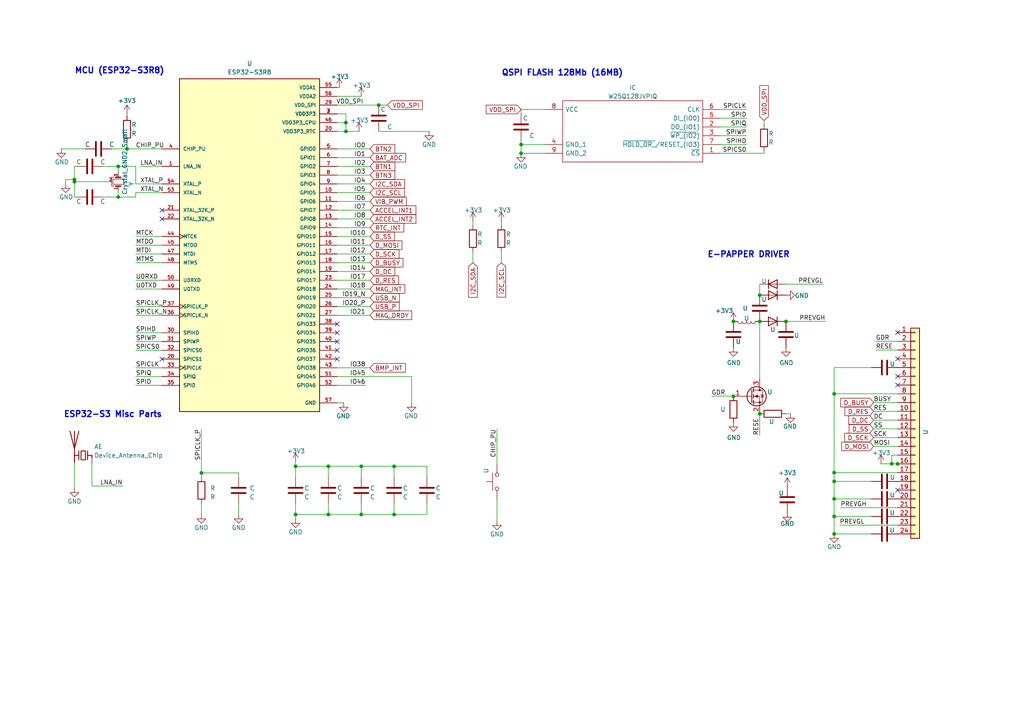
<source format=kicad_sch>
(kicad_sch (version 20220404) (generator eeschema)
  (paper "A4")
  (title_block (title "Watchy-Esp32-s3") (date "2022-12-10") (rev "V1.2") (company "MrT Stephens"))
  (lib_symbols
    (symbol "Connector_Generic:Conn_01x24" (pin_names (offset 1.016) hide)
      (property "Reference" "J" (at 0 30.48 0))
      (property "Value" "Conn_01x24" (at 0 -33.02 0))
      (symbol "Conn_01x24_1_1"
        (rectangle (start -1.27 -30.353) (end 0 -30.607) (stroke (width 0.1524)))
        (rectangle (start -1.27 -27.813) (end 0 -28.067) (stroke (width 0.1524)))
        (rectangle (start -1.27 -25.273) (end 0 -25.527) (stroke (width 0.1524)))
        (rectangle (start -1.27 -22.733) (end 0 -22.987) (stroke (width 0.1524)))
        (rectangle (start -1.27 -20.193) (end 0 -20.447) (stroke (width 0.1524)))
        (rectangle (start -1.27 -17.653) (end 0 -17.907) (stroke (width 0.1524)))
        (rectangle (start -1.27 -15.113) (end 0 -15.367) (stroke (width 0.1524)))
        (rectangle (start -1.27 -12.573) (end 0 -12.827) (stroke (width 0.1524)))
        (rectangle (start -1.27 -10.033) (end 0 -10.287) (stroke (width 0.1524)))
        (rectangle (start -1.27 -7.493) (end 0 -7.747) (stroke (width 0.1524)))
        (rectangle (start -1.27 -4.953) (end 0 -5.207) (stroke (width 0.1524)))
        (rectangle (start -1.27 -2.413) (end 0 -2.667) (stroke (width 0.1524)))
        (rectangle (start -1.27 0.127) (end 0 -0.127) (stroke (width 0.1524)))
        (rectangle (start -1.27 2.667) (end 0 2.413) (stroke (width 0.1524)))
        (rectangle (start -1.27 5.207) (end 0 4.953) (stroke (width 0.1524)))
        (rectangle (start -1.27 7.747) (end 0 7.493) (stroke (width 0.1524)))
        (rectangle (start -1.27 10.287) (end 0 10.033) (stroke (width 0.1524)))
        (rectangle (start -1.27 12.827) (end 0 12.573) (stroke (width 0.1524)))
        (rectangle (start -1.27 15.367) (end 0 15.113) (stroke (width 0.1524)))
        (rectangle (start -1.27 17.907) (end 0 17.653) (stroke (width 0.1524)))
        (rectangle (start -1.27 20.447) (end 0 20.193) (stroke (width 0.1524)))
        (rectangle (start -1.27 22.987) (end 0 22.733) (stroke (width 0.1524)))
        (rectangle (start -1.27 25.527) (end 0 25.273) (stroke (width 0.1524)))
        (rectangle (start -1.27 28.067) (end 0 27.813) (stroke (width 0.1524)))
        (rectangle (start -1.27 29.21) (end 1.27 -31.75) (stroke (width 0.254)) (fill (type background)))
        (pin passive line (at -5.08 27.94 0) (length 3.81) (name "Pin_1") (number "1"))
        (pin passive line (at -5.08 5.08 0) (length 3.81) (name "Pin_10") (number "10"))
        (pin passive line (at -5.08 2.54 0) (length 3.81) (name "Pin_11") (number "11"))
        (pin passive line (at -5.08 0 0) (length 3.81) (name "Pin_12") (number "12"))
        (pin passive line (at -5.08 -2.54 0) (length 3.81) (name "Pin_13") (number "13"))
        (pin passive line (at -5.08 -5.08 0) (length 3.81) (name "Pin_14") (number "14"))
        (pin passive line (at -5.08 -7.62 0) (length 3.81) (name "Pin_15") (number "15"))
        (pin passive line (at -5.08 -10.16 0) (length 3.81) (name "Pin_16") (number "16"))
        (pin passive line (at -5.08 -12.7 0) (length 3.81) (name "Pin_17") (number "17"))
        (pin passive line (at -5.08 -15.24 0) (length 3.81) (name "Pin_18") (number "18"))
        (pin passive line (at -5.08 -17.78 0) (length 3.81) (name "Pin_19") (number "19"))
        (pin passive line (at -5.08 25.4 0) (length 3.81) (name "Pin_2") (number "2"))
        (pin passive line (at -5.08 -20.32 0) (length 3.81) (name "Pin_20") (number "20"))
        (pin passive line (at -5.08 -22.86 0) (length 3.81) (name "Pin_21") (number "21"))
        (pin passive line (at -5.08 -25.4 0) (length 3.81) (name "Pin_22") (number "22"))
        (pin passive line (at -5.08 -27.94 0) (length 3.81) (name "Pin_23") (number "23"))
        (pin passive line (at -5.08 -30.48 0) (length 3.81) (name "Pin_24") (number "24"))
        (pin passive line (at -5.08 22.86 0) (length 3.81) (name "Pin_3") (number "3"))
        (pin passive line (at -5.08 20.32 0) (length 3.81) (name "Pin_4") (number "4"))
        (pin passive line (at -5.08 17.78 0) (length 3.81) (name "Pin_5") (number "5"))
        (pin passive line (at -5.08 15.24 0) (length 3.81) (name "Pin_6") (number "6"))
        (pin passive line (at -5.08 12.7 0) (length 3.81) (name "Pin_7") (number "7"))
        (pin passive line (at -5.08 10.16 0) (length 3.81) (name "Pin_8") (number "8"))
        (pin passive line (at -5.08 7.62 0) (length 3.81) (name "Pin_9") (number "9"))
      )
    )
    (symbol "Device:C" (pin_numbers hide) (pin_names (offset 0.254))
      (property "Reference" "C" (at 0.635 2.54 0))
      (property "Value" "C" (at 0.635 -2.54 0))
      (symbol "C_0_1"
        (polyline (pts (xy -2.032 -0.762) (xy 2.032 -0.762)) (stroke (width 0.508)))
        (polyline (pts (xy -2.032 0.762) (xy 2.032 0.762)) (stroke (width 0.508)))
      )
      (symbol "C_1_1"
        (pin passive line (at 0 3.81 270) (length 2.794) (name "~") (number "1"))
        (pin passive line (at 0 -3.81 90) (length 2.794) (name "~") (number "2"))
      )
    )
    (symbol "Device:Crystal_GND2_Small" (pin_names (offset 1.016) hide)
      (property "Reference" "Y" (at 0 5.08 0))
      (property "Value" "Crystal_GND2_Small" (at 0 3.175 0))
      (symbol "Crystal_GND2_Small_0_1"
        (rectangle (start -0.762 -1.524) (end 0.762 1.524))
        (polyline (pts (xy -1.27 -0.762) (xy -1.27 0.762)) (stroke (width 0.381)))
        (polyline (pts (xy 1.27 -0.762) (xy 1.27 0.762)) (stroke (width 0.381)))
        (polyline (pts (xy -1.27 -1.27) (xy -1.27 -1.905) (xy 1.27 -1.905) (xy 1.27 -1.27)))
      )
      (symbol "Crystal_GND2_Small_1_1"
        (pin passive line (at -2.54 0 0) (length 1.27) (name "1") (number "1"))
        (pin passive line (at 0 -2.54 90) (length 0.635) (name "2") (number "2"))
        (pin passive line (at 2.54 0 180) (length 1.27) (name "3") (number "3"))
      )
    )
    (symbol "Device:D" (pin_numbers hide) (pin_names (offset 1.016) hide)
      (property "Reference" "D" (at 0 2.54 0))
      (property "Value" "D" (at 0 -2.54 0))
      (symbol "D_0_1"
        (polyline (pts (xy -1.27 1.27) (xy -1.27 -1.27)) (stroke (width 0.254)))
        (polyline (pts (xy 1.27 0) (xy -1.27 0)))
        (polyline (pts (xy 1.27 1.27) (xy 1.27 -1.27) (xy -1.27 0) (xy 1.27 1.27)) (stroke (width 0.254)))
      )
      (symbol "D_1_1"
        (pin passive line (at -3.81 0 0) (length 2.54) (name "K") (number "1"))
        (pin passive line (at 3.81 0 180) (length 2.54) (name "A") (number "2"))
      )
    )
    (symbol "Device:L" (pin_numbers hide) (pin_names (offset 1.016) hide)
      (property "Reference" "L" (at -1.27 0 90))
      (property "Value" "L" (at 1.905 0 90))
      (symbol "L_0_1"
        (arc (start 0 -2.54) (mid 0.635 -1.905) (end 0 -1.27))
        (arc (start 0 -1.27) (mid 0.635 -0.635) (end 0 0))
        (arc (start 0 0) (mid 0.635 0.635) (end 0 1.27))
        (arc (start 0 1.27) (mid 0.635 1.905) (end 0 2.54))
      )
      (symbol "L_1_1"
        (pin passive line (at 0 3.81 270) (length 1.27) (name "1") (number "1"))
        (pin passive line (at 0 -3.81 90) (length 1.27) (name "2") (number "2"))
      )
    )
    (symbol "Device:R" (pin_numbers hide) (pin_names (offset 0))
      (property "Reference" "R" (at 2.032 0 90))
      (property "Value" "R" (at 0 0 90))
      (symbol "R_0_1"
        (rectangle (start -1.016 -2.54) (end 1.016 2.54) (stroke (width 0.254)))
      )
      (symbol "R_1_1"
        (pin passive line (at 0 3.81 270) (length 1.27) (name "~") (number "1"))
        (pin passive line (at 0 -3.81 90) (length 1.27) (name "~") (number "2"))
      )
    )
    (symbol "ESP32-S3R8:ESP32-S3R8" (pin_names (offset 1.016))
      (property "Reference" "U" (at -20.32 49.53 0))
      (property "Value" "ESP32-S3R8" (at -20.32 -49.53 0))
      (symbol "ESP32-S3R8_0_0"
        (rectangle (start -20.32 -48.26) (end 20.32 48.26) (stroke (width 0.254)) (fill (type background)))
        (pin bidirectional line (at -25.4 22.86 0) (length 5.08) (name "LNA_IN") (number "1"))
        (pin bidirectional line (at 25.4 15.24 180) (length 5.08) (name "GPIO5") (number "10"))
        (pin bidirectional line (at 25.4 12.7 180) (length 5.08) (name "GPIO6") (number "11"))
        (pin bidirectional line (at 25.4 10.16 180) (length 5.08) (name "GPIO7") (number "12"))
        (pin bidirectional line (at 25.4 7.62 180) (length 5.08) (name "GPIO8") (number "13"))
        (pin bidirectional line (at 25.4 5.08 180) (length 5.08) (name "GPIO9") (number "14"))
        (pin bidirectional line (at 25.4 2.54 180) (length 5.08) (name "GPIO10") (number "15"))
        (pin bidirectional line (at 25.4 0 180) (length 5.08) (name "GPIO11") (number "16"))
        (pin bidirectional line (at 25.4 -2.54 180) (length 5.08) (name "GPIO12") (number "17"))
        (pin bidirectional line (at 25.4 -5.08 180) (length 5.08) (name "GPIO13") (number "18"))
        (pin bidirectional line (at 25.4 -7.62 180) (length 5.08) (name "GPIO14") (number "19"))
        (pin power_in line (at 25.4 38.1 180) (length 5.08) (name "VDD3P3") (number "2"))
        (pin power_in line (at 25.4 33.02 180) (length 5.08) (name "VDD3P3_RTC") (number "20"))
        (pin bidirectional line (at -25.4 10.16 0) (length 5.08) (name "XTAL_32K_P") (number "21"))
        (pin bidirectional line (at -25.4 7.62 0) (length 5.08) (name "XTAL_32K_N") (number "22"))
        (pin bidirectional line (at 25.4 -10.16 180) (length 5.08) (name "GPIO17") (number "23"))
        (pin bidirectional line (at 25.4 -12.7 180) (length 5.08) (name "GPIO18") (number "24"))
        (pin bidirectional line (at 25.4 -15.24 180) (length 5.08) (name "GPIO19") (number "25"))
        (pin bidirectional line (at 25.4 -17.78 180) (length 5.08) (name "GPIO20") (number "26"))
        (pin bidirectional line (at 25.4 -20.32 180) (length 5.08) (name "GPIO21") (number "27"))
        (pin bidirectional line (at -25.4 -33.02 0) (length 5.08) (name "SPICS1") (number "28"))
        (pin power_in line (at 25.4 40.64 180) (length 5.08) (name "VDD_SPI") (number "29"))
        (pin power_in line (at 25.4 38.1 180) (length 5.08) (name "VDD3P3") (number "3"))
        (pin bidirectional line (at -25.4 -25.4 0) (length 5.08) (name "SPIHD") (number "30"))
        (pin bidirectional line (at -25.4 -27.94 0) (length 5.08) (name "SPIWP") (number "31"))
        (pin bidirectional line (at -25.4 -30.48 0) (length 5.08) (name "SPICS0") (number "32"))
        (pin bidirectional clock (at -25.4 -35.56 0) (length 5.08) (name "SPICLK") (number "33"))
        (pin bidirectional line (at -25.4 -38.1 0) (length 5.08) (name "SPIQ") (number "34"))
        (pin bidirectional line (at -25.4 -40.64 0) (length 5.08) (name "SPID") (number "35"))
        (pin bidirectional clock (at -25.4 -20.32 0) (length 5.08) (name "SPICLK_N") (number "36"))
        (pin bidirectional clock (at -25.4 -17.78 0) (length 5.08) (name "SPICLK_P") (number "37"))
        (pin bidirectional line (at 25.4 -22.86 180) (length 5.08) (name "GPIO33") (number "38"))
        (pin bidirectional line (at 25.4 -25.4 180) (length 5.08) (name "GPIO34") (number "39"))
        (pin input line (at -25.4 27.94 0) (length 5.08) (name "CHIP_PU") (number "4"))
        (pin bidirectional line (at 25.4 -27.94 180) (length 5.08) (name "GPIO35") (number "40"))
        (pin bidirectional line (at 25.4 -30.48 180) (length 5.08) (name "GPIO36") (number "41"))
        (pin bidirectional line (at 25.4 -33.02 180) (length 5.08) (name "GPIO37") (number "42"))
        (pin bidirectional line (at 25.4 -35.56 180) (length 5.08) (name "GPIO38") (number "43"))
        (pin bidirectional clock (at -25.4 2.54 0) (length 5.08) (name "MTCK") (number "44"))
        (pin bidirectional line (at -25.4 0 0) (length 5.08) (name "MTDO") (number "45"))
        (pin power_in line (at 25.4 35.56 180) (length 5.08) (name "VDD3P3_CPU") (number "46"))
        (pin bidirectional line (at -25.4 -2.54 0) (length 5.08) (name "MTDI") (number "47"))
        (pin bidirectional line (at -25.4 -5.08 0) (length 5.08) (name "MTMS") (number "48"))
        (pin bidirectional line (at -25.4 -12.7 0) (length 5.08) (name "U0TXD") (number "49"))
        (pin bidirectional line (at 25.4 27.94 180) (length 5.08) (name "GPIO0") (number "5"))
        (pin bidirectional line (at -25.4 -10.16 0) (length 5.08) (name "U0RXD") (number "50"))
        (pin bidirectional line (at 25.4 -38.1 180) (length 5.08) (name "GPIO45") (number "51"))
        (pin bidirectional line (at 25.4 -40.64 180) (length 5.08) (name "GPIO46") (number "52"))
        (pin output line (at -25.4 15.24 0) (length 5.08) (name "XTAL_N") (number "53"))
        (pin input line (at -25.4 17.78 0) (length 5.08) (name "XTAL_P") (number "54"))
        (pin power_in line (at 25.4 45.72 180) (length 5.08) (name "VDDA1") (number "55"))
        (pin power_in line (at 25.4 43.18 180) (length 5.08) (name "VDDA2") (number "56"))
        (pin power_in line (at 25.4 -45.72 180) (length 5.08) (name "GND") (number "57"))
        (pin bidirectional line (at 25.4 25.4 180) (length 5.08) (name "GPIO1") (number "6"))
        (pin bidirectional line (at 25.4 22.86 180) (length 5.08) (name "GPIO2") (number "7"))
        (pin bidirectional line (at 25.4 20.32 180) (length 5.08) (name "GPIO3") (number "8"))
        (pin bidirectional line (at 25.4 17.78 180) (length 5.08) (name "GPIO4") (number "9"))
      )
    )
    (symbol "Switch:SW_Push" (pin_numbers hide) (pin_names (offset 1.016) hide)
      (property "Reference" "SW" (at 1.27 2.54 0))
      (property "Value" "SW_Push" (at 0 -1.524 0))
      (symbol "SW_Push_0_1"
        (circle (center -2.032 0) (radius 0.508))
        (polyline (pts (xy 0 1.27) (xy 0 3.048)))
        (polyline (pts (xy 2.54 1.27) (xy -2.54 1.27)))
        (circle (center 2.032 0) (radius 0.508))
        (pin passive line (at -5.08 0 0) (length 2.54) (name "1") (number "1"))
        (pin passive line (at 5.08 0 180) (length 2.54) (name "2") (number "2"))
      )
    )
    (symbol "Transistor_FET:DMN3042L" (pin_names hide)
      (property "Reference" "Q" (at 5.08 1.905 0))
      (property "Value" "DMN3042L" (at 5.08 0 0))
      (symbol "DMN3042L_0_1"
        (polyline (pts (xy 0.254 0) (xy -2.54 0)))
        (polyline (pts (xy 0.254 1.905) (xy 0.254 -1.905)) (stroke (width 0.254)))
        (polyline (pts (xy 0.762 -1.27) (xy 0.762 -2.286)) (stroke (width 0.254)))
        (polyline (pts (xy 0.762 0.508) (xy 0.762 -0.508)) (stroke (width 0.254)))
        (polyline (pts (xy 0.762 2.286) (xy 0.762 1.27)) (stroke (width 0.254)))
        (polyline (pts (xy 2.54 2.54) (xy 2.54 1.778)))
        (polyline (pts (xy 2.54 -2.54) (xy 2.54 0) (xy 0.762 0)))
        (polyline (pts (xy 0.762 -1.778) (xy 3.302 -1.778) (xy 3.302 1.778) (xy 0.762 1.778)))
        (polyline (pts (xy 1.016 0) (xy 2.032 0.381) (xy 2.032 -0.381) (xy 1.016 0)) (fill (type outline)))
        (polyline (pts (xy 2.794 0.508) (xy 2.921 0.381) (xy 3.683 0.381) (xy 3.81 0.254)))
        (polyline (pts (xy 3.302 0.381) (xy 2.921 -0.254) (xy 3.683 -0.254) (xy 3.302 0.381)))
        (circle (center 1.651 0) (radius 2.794) (stroke (width 0.254)))
        (circle (center 2.54 -1.778) (radius 0.254) (fill (type outline)))
        (circle (center 2.54 1.778) (radius 0.254) (fill (type outline)))
      )
      (symbol "DMN3042L_1_1"
        (pin input line (at -5.08 0 0) (length 2.54) (name "G") (number "1"))
        (pin passive line (at 2.54 -5.08 90) (length 2.54) (name "S") (number "2"))
        (pin passive line (at 2.54 5.08 270) (length 2.54) (name "D") (number "3"))
      )
    )
    (symbol "W25Q128JVPIQ:W25Q128JVPIQ" (pin_names (offset 0.762))
      (property "Reference" "IC" (at 46.99 7.62 0))
      (property "Value" "W25Q128JVPIQ" (at 46.99 5.08 0))
      (symbol "W25Q128JVPIQ_0_0"
        (pin passive line (at 50.8 -12.7 180) (length 5.08) (name "~{CS}") (number "1"))
        (pin passive line (at 50.8 -5.08 180) (length 5.08) (name "DO_(IO1)") (number "2"))
        (pin passive line (at 50.8 -7.62 180) (length 5.08) (name "~{WP_(IO2})") (number "3"))
        (pin passive line (at 0 -10.16 0) (length 5.08) (name "GND_1") (number "4"))
        (pin passive line (at 50.8 -2.54 180) (length 5.08) (name "DI_(IO0)") (number "5"))
        (pin passive line (at 50.8 0 180) (length 5.08) (name "CLK") (number "6"))
        (pin passive line (at 50.8 -10.16 180) (length 5.08) (name "~{HOLD_OR_}/RESET_(IO3)") (number "7"))
        (pin passive line (at 0 0 0) (length 5.08) (name "VCC") (number "8"))
        (pin passive line (at 0 -12.7 0) (length 5.08) (name "GND_2") (number "9"))
      )
      (symbol "W25Q128JVPIQ_0_1"
        (polyline (pts (xy 5.08 2.54) (xy 45.72 2.54) (xy 45.72 -15.24) (xy 5.08 -15.24) (xy 5.08 2.54)) (stroke (width 0.1524)))
      )
    )
    (symbol "Watchy-cache:Device_Antenna_Chip" (pin_numbers hide) (pin_names (offset 1.016) hide)
      (property "Reference" "AE" (at 0 5.08 0))
      (property "Value" "Device_Antenna_Chip" (at 0 3.175 0))
      (symbol "Device_Antenna_Chip_0_1"
        (polyline (pts (xy -2.54 0) (xy -2.54 -0.635)) (stroke (width 0.254)))
        (polyline (pts (xy -2.54 0) (xy -1.27 0)) (stroke (width 0.254)))
        (polyline (pts (xy 1.27 0) (xy 2.54 0)) (stroke (width 0.254)))
        (polyline (pts (xy 1.27 1.27) (xy 1.27 -1.27)) (stroke (width 0.254)))
        (polyline (pts (xy 2.54 -0.635) (xy 2.54 0)))
        (polyline (pts (xy 2.54 6.985) (xy 2.54 -1.905)) (stroke (width 0.254)))
        (polyline (pts (xy -1.27 1.27) (xy -1.27 -1.27) (xy -1.27 0)) (stroke (width 0.254)))
        (polyline (pts (xy 3.81 6.985) (xy 2.54 1.905) (xy 1.27 6.985)) (stroke (width 0.254)))
        (polyline (pts (xy -0.635 1.27) (xy 0.635 1.27) (xy 0.635 -1.27) (xy -0.635 -1.27) (xy -0.635 1.27)) (stroke (width 0.254)))
      )
      (symbol "Device_Antenna_Chip_1_1"
        (pin input line (at -2.54 -2.54 90) (length 2.54) (name "FEED") (number "1"))
        (pin passive line (at 2.54 -2.54 90) (length 2.54) (name "PCB_Trace") (number "2"))
      )
    )
    (symbol "power:+3V3" (power) (pin_names (offset 0))
      (property "Value" "+3V3" (at 0 3.556 0))
      (symbol "+3V3_0_1"
        (polyline (pts (xy -0.762 1.27) (xy 0 2.54)))
        (polyline (pts (xy 0 0) (xy 0 2.54)))
        (polyline (pts (xy 0 2.54) (xy 0.762 1.27)))
      )
      (symbol "+3V3_1_1"
        (pin power_in line (at 0 0 90) (length 0) hide (name "+3V3") (number "1"))
      )
    )
    (symbol "power:GND" (power) (pin_names (offset 0))
      (property "Value" "GND" (at 0 -3.81 0))
      (symbol "GND_0_1"
        (polyline (pts (xy 0 0) (xy 0 -1.27) (xy 1.27 -1.27) (xy 0 -2.54) (xy -1.27 -1.27) (xy 0 -1.27)))
      )
      (symbol "GND_1_1"
        (pin power_in line (at 0 0 270) (length 0) hide (name "GND") (number "1"))
      )
    )
  )
  (junction (at 241.935 154.8638))
  (junction (at 34.29 57.15))
  (junction (at 95.25 135.255))
  (junction (at 95.25 149.225))
  (junction (at 58.42 137.16))
  (junction (at 21.59 52.07))
  (junction (at 220.345 120.015))
  (junction (at 241.935 139.6238))
  (junction (at 260.35 134.5438))
  (junction (at 100.33 35.56))
  (junction (at 241.935 149.7838))
  (junction (at 34.29 48.26))
  (junction (at 104.775 149.225))
  (junction (at 212.725 114.935))
  (junction (at 241.935 137.0838))
  (junction (at 220.345 85.598))
  (junction (at 21.59 52.705))
  (junction (at 85.725 135.255))
  (junction (at 258.6482 134.5184))
  (junction (at 114.3 135.255))
  (junction (at 104.775 135.255))
  (junction (at 212.725 93.218))
  (junction (at 241.935 114.2238))
  (junction (at 220.345 93.218))
  (junction (at 109.855 30.48))
  (junction (at 227.965 93.218))
  (junction (at 114.3 149.225))
  (junction (at 151.13 41.91))
  (junction (at 100.33 38.1))
  (junction (at 151.13 44.45))
  (junction (at 85.725 149.225))
  (junction (at 241.935 144.7038))
  (junction (at 36.83 43.18))
  (no_connect (at 260.35 111.6838))
  (no_connect (at 97.79 93.98))
  (no_connect (at 97.79 96.52))
  (no_connect (at 97.79 99.06))
  (no_connect (at 97.79 101.6))
  (no_connect (at 97.79 104.14))
  (no_connect (at 260.35 142.1638))
  (no_connect (at 46.99 60.96))
  (no_connect (at 260.35 109.1438))
  (no_connect (at 260.35 96.4438))
  (no_connect (at 46.99 104.14))
  (no_connect (at 46.99 63.5))
  (no_connect (at 260.35 104.0638))
  (wire (pts (xy 208.915 44.45) (xy 221.615 44.45)))
  (wire (pts (xy 208.915 31.75) (xy 216.535 31.75)))
  (wire (pts (xy 40.64 48.26) (xy 46.99 48.26)))
  (wire (pts (xy 104.775 146.05) (xy 104.775 149.225)))
  (wire (pts (xy 114.3 146.05) (xy 114.3 149.225)))
  (wire (pts (xy 104.775 135.255) (xy 104.775 138.43)))
  (wire (pts (xy 85.725 138.43) (xy 85.725 135.255)))
  (wire (pts (xy 97.79 55.88) (xy 107.315 55.88)))
  (wire (pts (xy 151.13 40.64) (xy 151.13 41.91)))
  (wire (pts (xy 97.79 78.74) (xy 107.315 78.74)))
  (wire (pts (xy 241.935 114.2238) (xy 260.35 114.2238)))
  (wire (pts (xy 97.79 111.76) (xy 106.045 111.76)))
  (wire (pts (xy 114.3 149.225) (xy 123.825 149.225)))
  (wire (pts (xy 34.29 48.26) (xy 39.37 48.26)))
  (wire (pts (xy 97.79 33.02) (xy 100.33 33.02)))
  (wire (pts (xy 29.845 48.26) (xy 34.29 48.26)))
  (wire (pts (xy 85.725 146.05) (xy 85.725 149.225)))
  (wire (pts (xy 39.37 81.28) (xy 46.99 81.28)))
  (wire (pts (xy 98.425 25.4) (xy 97.79 25.4)))
  (wire (pts (xy 39.37 76.2) (xy 46.99 76.2)))
  (wire (pts (xy 39.37 101.6) (xy 46.99 101.6)))
  (wire (pts (xy 229.2604 120.015) (xy 227.965 120.015)))
  (wire (pts (xy 39.37 48.26) (xy 39.37 53.34)))
  (wire (pts (xy 39.37 91.44) (xy 46.99 91.44)))
  (wire (pts (xy 104.775 135.255) (xy 114.3 135.255)))
  (wire (pts (xy 253.365 121.8438) (xy 260.35 121.8438)))
  (wire (pts (xy 208.915 34.29) (xy 216.535 34.29)))
  (wire (pts (xy 97.79 68.58) (xy 107.315 68.58)))
  (wire (pts (xy 97.79 35.56) (xy 100.33 35.56)))
  (wire (pts (xy 97.79 63.5) (xy 107.315 63.5)))
  (wire (pts (xy 85.725 135.255) (xy 95.25 135.255)))
  (wire (pts (xy 19.05 53.34) (xy 19.05 52.07)))
  (wire (pts (xy 17.78 43.18) (xy 24.765 43.18)))
  (wire (pts (xy 29.845 57.15) (xy 34.29 57.15)))
  (wire (pts (xy 119.38 116.84) (xy 119.38 109.22)))
  (wire (pts (xy 22.225 48.26) (xy 21.59 48.26)))
  (wire (pts (xy 97.79 86.36) (xy 107.315 86.36)))
  (wire (pts (xy 151.13 41.91) (xy 158.115 41.91)))
  (wire (pts (xy 208.915 41.91) (xy 216.535 41.91)))
  (wire (pts (xy 36.83 41.275) (xy 36.83 43.18)))
  (wire (pts (xy 85.725 149.225) (xy 85.725 150.495)))
  (wire (pts (xy 69.215 137.16) (xy 69.215 138.43)))
  (wire (pts (xy 145.415 64.135) (xy 145.415 65.405)))
  (wire (pts (xy 252.73 154.8638) (xy 241.935 154.8638)))
  (wire (pts (xy 34.29 57.15) (xy 39.37 57.15)))
  (wire (pts (xy 39.37 53.34) (xy 46.99 53.34)))
  (wire (pts (xy 241.935 154.8638) (xy 241.935 149.7838)))
  (wire (pts (xy 220.345 120.015) (xy 220.345 126.238)))
  (wire (pts (xy 85.725 149.225) (xy 95.25 149.225)))
  (wire (pts (xy 252.73 149.7838) (xy 241.935 149.7838)))
  (wire (pts (xy 21.59 134.62) (xy 21.59 141.605)))
  (wire (pts (xy 97.79 43.18) (xy 107.315 43.18)))
  (wire (pts (xy 26.67 134.62) (xy 26.67 140.97)))
  (wire (pts (xy 253.365 124.3838) (xy 260.35 124.3838)))
  (wire (pts (xy 32.385 43.18) (xy 36.83 43.18)))
  (wire (pts (xy 144.145 124.46) (xy 144.145 134.62)))
  (wire (pts (xy 227.965 93.218) (xy 239.395 93.218)))
  (wire (pts (xy 97.79 30.48) (xy 109.855 30.48)))
  (wire (pts (xy 39.37 106.68) (xy 46.99 106.68)))
  (wire (pts (xy 114.3 135.255) (xy 114.3 138.43)))
  (wire (pts (xy 39.37 96.52) (xy 46.99 96.52)))
  (wire (pts (xy 58.42 124.46) (xy 58.42 137.16)))
  (wire (pts (xy 100.33 35.56) (xy 100.33 38.1)))
  (wire (pts (xy 114.3 135.255) (xy 123.825 135.255)))
  (wire (pts (xy 260.35 137.0838) (xy 241.935 137.0838)))
  (wire (pts (xy 241.935 139.6238) (xy 241.935 144.7038)))
  (wire (pts (xy 221.615 34.925) (xy 221.615 36.195)))
  (wire (pts (xy 220.345 85.598) (xy 220.345 82.423)))
  (wire (pts (xy 97.79 109.22) (xy 119.38 109.22)))
  (wire (pts (xy 36.83 33.02) (xy 36.83 33.655)))
  (wire (pts (xy 208.915 36.83) (xy 216.535 36.83)))
  (wire (pts (xy 252.73 106.6038) (xy 241.935 106.6038)))
  (wire (pts (xy 144.145 144.78) (xy 144.145 151.13)))
  (wire (pts (xy 36.83 43.18) (xy 46.99 43.18)))
  (wire (pts (xy 212.725 114.8842) (xy 212.725 114.935)))
  (wire (pts (xy 19.05 52.07) (xy 21.59 52.07)))
  (wire (pts (xy 97.79 73.66) (xy 107.315 73.66)))
  (wire (pts (xy 252.73 139.6238) (xy 241.935 139.6238)))
  (wire (pts (xy 260.35 134.5184) (xy 260.35 134.5438)))
  (wire (pts (xy 97.79 60.96) (xy 107.315 60.96)))
  (wire (pts (xy 206.375 114.8842) (xy 212.725 114.8842)))
  (wire (pts (xy 253.365 119.3038) (xy 260.35 119.3038)))
  (wire (pts (xy 39.37 99.06) (xy 46.99 99.06)))
  (wire (pts (xy 39.37 111.76) (xy 46.99 111.76)))
  (wire (pts (xy 21.59 48.26) (xy 21.59 52.07)))
  (wire (pts (xy 39.37 83.82) (xy 46.99 83.82)))
  (wire (pts (xy 220.345 93.218) (xy 220.345 109.855)))
  (wire (pts (xy 97.79 88.9) (xy 107.315 88.9)))
  (wire (pts (xy 31.75 52.705) (xy 21.59 52.705)))
  (wire (pts (xy 100.33 33.02) (xy 100.33 35.56)))
  (wire (pts (xy 97.79 81.28) (xy 107.315 81.28)))
  (wire (pts (xy 227.965 82.423) (xy 238.76 82.423)))
  (wire (pts (xy 95.25 135.255) (xy 104.775 135.255)))
  (wire (pts (xy 151.13 33.02) (xy 151.13 31.75)))
  (wire (pts (xy 21.59 52.07) (xy 21.59 52.705)))
  (wire (pts (xy 34.29 55.245) (xy 34.29 57.15)))
  (wire (pts (xy 104.775 149.225) (xy 114.3 149.225)))
  (wire (pts (xy 243.7892 147.2438) (xy 260.35 147.2438)))
  (wire (pts (xy 95.25 146.05) (xy 95.25 149.225)))
  (wire (pts (xy 137.16 76.2) (xy 137.16 73.025)))
  (wire (pts (xy 97.79 91.44) (xy 107.315 91.44)))
  (wire (pts (xy 97.79 83.82) (xy 107.315 83.82)))
  (wire (pts (xy 58.42 137.16) (xy 69.215 137.16)))
  (wire (pts (xy 253.365 129.4638) (xy 260.35 129.4638)))
  (wire (pts (xy 21.59 57.15) (xy 21.59 52.705)))
  (wire (pts (xy 97.79 48.26) (xy 107.315 48.26)))
  (wire (pts (xy 97.79 45.72) (xy 107.315 45.72)))
  (wire (pts (xy 46.99 55.88) (xy 39.37 55.88)))
  (wire (pts (xy 95.25 135.255) (xy 95.25 138.43)))
  (wire (pts (xy 241.935 106.6038) (xy 241.935 114.2238)))
  (wire (pts (xy 69.215 146.05) (xy 69.215 149.225)))
  (wire (pts (xy 85.725 133.985) (xy 85.725 135.255)))
  (wire (pts (xy 100.33 38.1) (xy 97.79 38.1)))
  (wire (pts (xy 97.79 50.8) (xy 107.315 50.8)))
  (wire (pts (xy 151.13 44.45) (xy 158.115 44.45)))
  (wire (pts (xy 123.825 135.255) (xy 123.825 138.43)))
  (wire (pts (xy 58.42 146.05) (xy 58.42 149.225)))
  (wire (pts (xy 253.365 126.9238) (xy 260.35 126.9238)))
  (wire (pts (xy 208.915 39.37) (xy 216.535 39.37)))
  (wire (pts (xy 22.225 57.15) (xy 21.59 57.15)))
  (wire (pts (xy 258.6482 134.5184) (xy 260.35 134.5184)))
  (wire (pts (xy 260.35 132.0038) (xy 258.6482 132.0038)))
  (wire (pts (xy 58.42 138.43) (xy 58.42 137.16)))
  (wire (pts (xy 258.6482 132.0038) (xy 258.6482 134.5184)))
  (wire (pts (xy 253.365 116.7638) (xy 260.35 116.7638)))
  (wire (pts (xy 104.14 38.1) (xy 100.33 38.1)))
  (wire (pts (xy 97.79 58.42) (xy 107.315 58.42)))
  (wire (pts (xy 241.935 139.6238) (xy 241.935 137.0838)))
  (wire (pts (xy 255.524 134.5184) (xy 258.6482 134.5184)))
  (wire (pts (xy 252.73 144.7038) (xy 241.935 144.7038)))
  (wire (pts (xy 95.25 149.225) (xy 104.775 149.225)))
  (wire (pts (xy 97.79 76.2) (xy 107.315 76.2)))
  (wire (pts (xy 104.775 27.94) (xy 97.79 27.94)))
  (wire (pts (xy 221.615 43.815) (xy 221.615 44.45)))
  (wire (pts (xy 254 98.9838) (xy 260.35 98.9838)))
  (wire (pts (xy 97.79 53.34) (xy 107.315 53.34)))
  (wire (pts (xy 39.37 55.88) (xy 39.37 57.15)))
  (wire (pts (xy 254 101.5238) (xy 260.35 101.5238)))
  (wire (pts (xy 243.5098 152.3238) (xy 260.35 152.3238)))
  (wire (pts (xy 34.29 48.26) (xy 34.29 50.165)))
  (wire (pts (xy 241.935 144.7038) (xy 241.935 149.7838)))
  (wire (pts (xy 35.56 140.97) (xy 26.67 140.97)))
  (wire (pts (xy 39.37 68.58) (xy 46.99 68.58)))
  (wire (pts (xy 241.935 137.0838) (xy 241.935 114.2238)))
  (wire (pts (xy 97.79 66.04) (xy 107.315 66.04)))
  (wire (pts (xy 97.79 71.12) (xy 107.315 71.12)))
  (wire (pts (xy 39.37 88.9) (xy 46.99 88.9)))
  (wire (pts (xy 99.695 116.84) (xy 97.79 116.84)))
  (wire (pts (xy 123.825 149.225) (xy 123.825 146.05)))
  (wire (pts (xy 109.855 30.48) (xy 112.395 30.48)))
  (wire (pts (xy 145.415 76.2) (xy 145.415 73.025)))
  (wire (pts (xy 151.13 31.75) (xy 158.115 31.75)))
  (wire (pts (xy 124.46 38.1) (xy 109.855 38.1)))
  (wire (pts (xy 39.37 71.12) (xy 46.99 71.12)))
  (wire (pts (xy 97.79 106.68) (xy 107.315 106.68)))
  (wire (pts (xy 39.37 73.66) (xy 46.99 73.66)))
  (wire (pts (xy 137.16 64.135) (xy 137.16 65.405)))
  (wire (pts (xy 151.13 41.91) (xy 151.13 44.45)))
  (wire (pts (xy 39.37 109.22) (xy 46.99 109.22)))
  (text "MCU (ESP32-S3R8)" (at 21.59 21.59 0) (effects (font (size 1.7 1.7) (thickness 0.34) bold) (justify left bottom)))
  (text "ESP32-S3 Misc Parts" (at 18.415 121.285 0) (effects (font (size 1.7 1.7) (thickness 0.34) bold) (justify left bottom)))
  (text "QSPI FLASH 128Mb (16MB)" (at 145.415 22.225 0) (effects (font (size 1.7 1.7) (thickness 0.34) bold) (justify left bottom)))
  (text "E-PAPPER DRIVER" (at 205.105 74.93 0) (effects (font (size 1.7 1.7) (thickness 0.34) bold) (justify left bottom)))
  (label "PREVGL" (at 238.76 82.423 0))
  (label "IO13" (at 106.045 76.2 0))
  (label "VDD_SPI" (at 105.41 30.48 0))
  (label "SPICLK" (at 216.535 31.75 0))
  (label "IO9" (at 106.045 66.04 0))
  (label "SPIQ" (at 216.535 36.83 0))
  (label "PREVGH" (at 239.395 93.218 0))
  (label "IO4" (at 106.045 53.34 0))
  (label "IO6" (at 106.045 58.42 0))
  (label "IO21" (at 106.045 91.44 0))
  (label "MOSI" (at 253.365 129.4638 0))
  (label "LNA_IN" (at 40.64 48.26 0))
  (label "LNA_IN" (at 35.56 140.97 0))
  (label "IO3" (at 106.045 50.8 0))
  (label "IO5" (at 106.045 55.88 0))
  (label "IO45" (at 106.045 109.22 0))
  (label "MTDO" (at 39.37 71.12 0))
  (label "GDR" (at 254 98.9838 0))
  (label "U0TXD" (at 39.37 83.82 0))
  (label "SPIHD" (at 216.535 41.91 0))
  (label "SPICS0" (at 216.535 44.45 0))
  (label "IO20_P" (at 106.045 88.9 0))
  (label "SPID" (at 39.37 111.76 0))
  (label "RES" (at 253.365 119.3038 0))
  (label "PREVGH" (at 243.7892 147.2438 0))
  (label "IO19_N" (at 106.045 86.36 0))
  (label "GDR" (at 206.375 114.8842 0))
  (label "PREVGL" (at 243.5098 152.3238 0))
  (label "SPIQ" (at 39.37 109.22 0))
  (label "SPIHD" (at 39.37 96.52 0))
  (label "IO18" (at 106.045 83.82 0))
  (label "SPIWP" (at 39.37 99.06 0))
  (label "IO11" (at 106.045 71.12 0))
  (label "IO1" (at 106.045 45.72 0))
  (label "DC" (at 253.365 121.8438 0))
  (label "MTDI" (at 39.37 73.66 0))
  (label "MTMS" (at 39.37 76.2 0))
  (label "U0RXD" (at 39.37 81.28 0))
  (label "XTAL_P" (at 40.64 53.34 0))
  (label "IO8" (at 106.045 63.5 0))
  (label "IO2" (at 106.045 48.26 0))
  (label "BUSY" (at 253.365 116.7638 0))
  (label "SPIWP" (at 216.535 39.37 0))
  (label "CHIP_PU" (at 39.37 43.18 0))
  (label "SPICLK_N" (at 39.37 91.44 0))
  (label "MTCK" (at 39.37 68.58 0))
  (label "SPICLK_P" (at 58.42 124.46 90))
  (label "SPID" (at 216.535 34.29 0))
  (label "RESE" (at 220.345 126.238 90))
  (label "IO10" (at 106.045 68.58 0))
  (label "RESE" (at 254 101.5238 0))
  (label "XTAL_N" (at 40.64 55.88 0))
  (label "IO14" (at 106.045 78.74 0))
  (label "SPICLK_P" (at 39.37 88.9 0))
  (label "CHIP_PU" (at 144.145 124.46 90))
  (label "IO12" (at 106.045 73.66 0))
  (label "SPICS0" (at 39.37 101.6 0))
  (label "IO17" (at 106.045 81.28 0))
  (label "IO46" (at 106.045 111.76 0))
  (label "IO38" (at 106.045 106.68 0))
  (label "IO7" (at 106.045 60.96 0))
  (label "SCK" (at 253.365 126.9238 0))
  (label "SS" (at 253.365 124.3838 0))
  (label "SPICLK" (at 39.37 106.68 0))
  (label "IO0" (at 106.045 43.18 0))
  (global_label "I2C_SCL" (shape input) (at 107.315 55.88 0) (property "Intersheetrefs" "${INTERSHEET_REFS}" (effects hide)))
  (global_label "D_BUSY" (shape input) (at 107.315 76.2 0) (property "Intersheetrefs" "${INTERSHEET_REFS}" (effects hide)))
  (global_label "BAT_ADC" (shape input) (at 107.315 45.72 0) (property "Intersheetrefs" "${INTERSHEET_REFS}" (effects hide)))
  (global_label "ACCEL_INT2" (shape input) (at 107.315 63.5 0) (property "Intersheetrefs" "${INTERSHEET_REFS}" (effects hide)))
  (global_label "VDD_SPI" (shape input) (at 151.13 31.75 180) (property "Intersheetrefs" "${INTERSHEET_REFS}" (effects hide)))
  (global_label "D_MOSI" (shape input) (at 107.315 71.12 0) (property "Intersheetrefs" "${INTERSHEET_REFS}" (effects hide)))
  (global_label "BTN3" (shape input) (at 107.315 50.8 0) (property "Intersheetrefs" "${INTERSHEET_REFS}" (effects hide)))
  (global_label "RTC_INT" (shape input) (at 107.315 66.04 0) (property "Intersheetrefs" "${INTERSHEET_REFS}" (effects hide)))
  (global_label "BMP_INT" (shape input) (at 107.315 106.68 0) (property "Intersheetrefs" "${INTERSHEET_REFS}" (effects hide)))
  (global_label "BTN2" (shape input) (at 107.315 43.18 0) (property "Intersheetrefs" "${INTERSHEET_REFS}" (effects hide)))
  (global_label "D_BUSY" (shape input) (at 253.3904 116.7638 180) (property "Intersheetrefs" "${INTERSHEET_REFS}" (effects hide)))
  (global_label "MAG_INT" (shape input) (at 107.315 83.82 0) (property "Intersheetrefs" "${INTERSHEET_REFS}" (effects hide)))
  (global_label "VDD_SPI" (shape input) (at 112.395 30.48 0) (property "Intersheetrefs" "${INTERSHEET_REFS}" (effects hide)))
  (global_label "D_SS" (shape input) (at 107.315 68.58 0) (property "Intersheetrefs" "${INTERSHEET_REFS}" (effects hide)))
  (global_label "D_SS" (shape input) (at 253.365 124.3838 180) (property "Intersheetrefs" "${INTERSHEET_REFS}" (effects hide)))
  (global_label "VIB_PWM" (shape input) (at 107.315 58.42 0) (property "Intersheetrefs" "${INTERSHEET_REFS}" (effects hide)))
  (global_label "USB_P" (shape input) (at 107.315 88.9 0) (property "Intersheetrefs" "${INTERSHEET_REFS}" (effects hide)))
  (global_label "D_RES" (shape input) (at 107.315 81.28 0) (property "Intersheetrefs" "${INTERSHEET_REFS}" (effects hide)))
  (global_label "I2C_SDA" (shape input) (at 107.315 53.34 0) (property "Intersheetrefs" "${INTERSHEET_REFS}" (effects hide)))
  (global_label "D_DC" (shape input) (at 107.315 78.74 0) (property "Intersheetrefs" "${INTERSHEET_REFS}" (effects hide)))
  (global_label "MAG_DRDY" (shape input) (at 107.315 91.44 0) (property "Intersheetrefs" "${INTERSHEET_REFS}" (effects hide)))
  (global_label "USB_N" (shape input) (at 107.315 86.36 0) (property "Intersheetrefs" "${INTERSHEET_REFS}" (effects hide)))
  (global_label "I2C_SDA" (shape input) (at 137.16 76.2 270) (property "Intersheetrefs" "${INTERSHEET_REFS}" (effects hide)))
  (global_label "BTN1" (shape input) (at 107.315 48.26 0) (property "Intersheetrefs" "${INTERSHEET_REFS}" (effects hide)))
  (global_label "D_MOSI" (shape input) (at 253.3904 129.4638 180) (property "Intersheetrefs" "${INTERSHEET_REFS}" (effects hide)))
  (global_label "VDD_SPI" (shape input) (at 221.615 34.925 90) (property "Intersheetrefs" "${INTERSHEET_REFS}" (effects hide)))
  (global_label "I2C_SCL" (shape input) (at 145.415 76.2 270) (property "Intersheetrefs" "${INTERSHEET_REFS}" (effects hide)))
  (global_label "D_SCK" (shape input) (at 107.315 73.66 0) (property "Intersheetrefs" "${INTERSHEET_REFS}" (effects hide)))
  (global_label "ACCEL_INT1" (shape input) (at 107.315 60.96 0) (property "Intersheetrefs" "${INTERSHEET_REFS}" (effects hide)))
  (global_label "D_RES" (shape input) (at 253.365 119.3038 180) (property "Intersheetrefs" "${INTERSHEET_REFS}" (effects hide)))
  (global_label "D_SCK" (shape input) (at 253.3904 126.9238 180) (property "Intersheetrefs" "${INTERSHEET_REFS}" (effects hide)))
  (global_label "D_DC" (shape input) (at 253.3904 121.8438 180) (property "Intersheetrefs" "${INTERSHEET_REFS}" (effects hide)))
  (symbol (lib_id "ESP32-S3R8:ESP32-S3R8") (at 72.39 71.12 0) (unit 1)
    (default_instance (reference "U") (unit 1) (value "ESP32-S3R8") (footprint "QFN40P700X700X90-57N"))
    (property "Reference" "U" (at 72.39 18.415 0))
    (property "Value" "ESP32-S3R8" (at 72.39 20.955 0))
    (property "Footprint" "QFN40P700X700X90-57N" (effects hide))
    (property "Package" "None" (effects hide))
    (property "MP" "ESP32-S3" (effects hide))
    (property "Description" "Espressif Systems [ENGINEERING SAMPLES]SMD IC , Dual-Core MCU, Wi-Fi 2.4G & BLE 5.0 combo, 8 MB Octal SPI PSRAM, QFN 56-pin, 7*7 mm" (effects hide))
    (property "Availability" "In Stock" (effects hide))
    (property "Price" "None" (effects hide))
    (property "MF" "Espressif Systems" (effects hide))
    (property "Purchase-URL" "https://pricing.snapeda.com/search/part/ESP32-S3R8/?ref=eda" (effects hide))
  )
  (symbol (lib_id "W25Q128JVPIQ:W25Q128JVPIQ") (at 158.115 31.75 0) (unit 1)
    (default_instance (reference "IC") (unit 1) (value "W25Q128JVPIQ") (footprint "SON127P600X500X80-9N-D"))
    (property "Reference" "IC" (at 183.515 25.4 0))
    (property "Value" "W25Q128JVPIQ" (at 183.515 27.94 0))
    (property "Footprint" "SON127P600X500X80-9N-D" (effects hide))
    (property "Datasheet" "https://www.arrow.com/en/products/w25q128jvpiq/winbond-electronics" (effects hide))
    (property "Description" "IC FLASH 128M SPI 133MHZ 8WSON" (effects hide))
    (property "Height" "0.8" (effects hide))
    (property "Manufacturer_Name" "Winbond" (effects hide))
    (property "Manufacturer_Part_Number" "W25Q128JVPIQ" (effects hide))
    (property "Mouser Part Number" "454-W25Q128JVPIQ" (effects hide))
    (property "Mouser Price/Stock" "https://www.mouser.co.uk/ProductDetail/Winbond/W25Q128JVPIQ?qs=qSfuJ%252Bfl%2Fd676hAD%252B1JSfw%3D%3D" (effects hide))
    (property "Arrow Part Number" "W25Q128JVPIQ" (effects hide))
    (property "Arrow Price/Stock" "https://www.arrow.com/en/products/w25q128jvpiq/winbond-electronics?region=nac" (effects hide))
  )
  (symbol (lib_id "power:GND") (at 228.346 148.7424 0) (unit 1)
    (default_instance (reference "U") (unit 1) (value "") (footprint ""))
    (property "Reference" "U" (effects hide))
  )
  (symbol (lib_id "power:+3V3") (at 104.775 27.94 0) (unit 1)
    (default_instance (reference "#PWR") (unit 1) (value "+3V3") (footprint ""))
    (property "Reference" "#PWR" (effects hide))
    (property "Value" "+3V3" (at 102.235 24.765 0) (effects (justify left)))
  )
  (symbol (lib_id "power:GND") (at 58.42 149.225 0) (unit 1)
    (default_instance (reference "#PWR") (unit 1) (value "GND") (footprint ""))
    (property "Reference" "#PWR" (effects hide))
    (property "Value" "GND" (at 58.42 153.035 0))
  )
  (symbol (lib_id "Device:C") (at 69.215 142.24 0) (unit 1)
    (default_instance (reference "C") (unit 1) (value "C") (footprint ""))
    (property "Reference" "C" (at 72.39 141.605 0) (effects (justify left)))
    (property "Value" "C" (at 72.39 144.145 0) (effects (justify left)))
  )
  (symbol (lib_id "power:GND") (at 144.145 151.13 0) (unit 1)
    (default_instance (reference "#PWR") (unit 1) (value "GND") (footprint ""))
    (property "Reference" "#PWR" (effects hide))
    (property "Value" "GND" (at 144.145 154.94 0))
  )
  (symbol (lib_id "power:GND") (at 21.59 141.605 0) (unit 1)
    (default_instance (reference "#PWR") (unit 1) (value "GND") (footprint ""))
    (property "Reference" "#PWR" (effects hide))
    (property "Value" "GND" (at 21.59 145.415 0))
  )
  (symbol (lib_id "Watchy-cache:Device_Antenna_Chip") (at 24.13 132.08 0) (mirror y) (unit 1)
    (default_instance (reference "AE") (unit 1) (value "Device_Antenna_Chip") (footprint ""))
    (property "Reference" "AE" (at 27.305 129.54 0) (effects (justify right)))
    (property "Value" "Device_Antenna_Chip" (at 27.305 132.08 0) (effects (justify right)))
  )
  (symbol (lib_id "Device:C") (at 256.54 106.6038 270) (unit 1)
    (default_instance (reference "U") (unit 1) (value "") (footprint ""))
    (property "Reference" "U" (at 258.826 105.5878 90))
  )
  (symbol (lib_id "Device:R") (at 224.155 120.015 270) (unit 1)
    (default_instance (reference "U") (unit 1) (value "") (footprint ""))
    (property "Reference" "U" (at 223.012 122.301 90) (effects (justify left)))
  )
  (symbol (lib_id "Device:C") (at 228.346 144.9324 0) (unit 1)
    (default_instance (reference "U") (unit 1) (value "") (footprint ""))
    (property "Reference" "U" (at 225.806 143.0274 0) (effects (justify left)))
  )
  (symbol (lib_id "power:GND") (at 19.05 53.34 0) (mirror y) (unit 1)
    (default_instance (reference "#PWR") (unit 1) (value "GND") (footprint ""))
    (property "Reference" "#PWR" (effects hide))
    (property "Value" "GND" (at 17.145 57.15 0) (effects (justify right)))
  )
  (symbol (lib_id "Device:R") (at 145.415 69.215 0) (unit 1)
    (default_instance (reference "R") (unit 1) (value "R") (footprint ""))
    (property "Reference" "R" (at 146.685 67.945 0) (effects (justify left)))
    (property "Value" "R" (at 146.685 70.485 0) (effects (justify left)))
  )
  (symbol (lib_id "Device:R") (at 137.16 69.215 0) (unit 1)
    (default_instance (reference "R") (unit 1) (value "R") (footprint ""))
    (property "Reference" "R" (at 138.43 67.945 0) (effects (justify left)))
    (property "Value" "R" (at 138.43 70.485 0) (effects (justify left)))
  )
  (symbol (lib_id "Device:C") (at 220.345 89.408 0) (unit 1)
    (default_instance (reference "U") (unit 1) (value "") (footprint ""))
    (property "Reference" "U" (at 215.392 89.408 0) (effects (justify left)))
  )
  (symbol (lib_id "Device:D") (at 224.155 82.423 0) (unit 1)
    (default_instance (reference "U") (unit 1) (value "") (footprint ""))
    (property "Reference" "U" (at 221.615 81.534 0))
  )
  (symbol (lib_id "Device:D") (at 224.155 85.598 180) (unit 1)
    (default_instance (reference "U") (unit 1) (value "") (footprint ""))
    (property "Reference" "U" (at 221.615 86.868 0))
  )
  (symbol (lib_id "power:GND") (at 69.215 149.225 0) (unit 1)
    (default_instance (reference "#PWR") (unit 1) (value "GND") (footprint ""))
    (property "Reference" "#PWR" (effects hide))
    (property "Value" "GND" (at 69.215 153.035 0))
  )
  (symbol (lib_id "power:GND") (at 241.935 154.8638 0) (unit 1)
    (default_instance (reference "#PWR") (unit 1) (value "GND") (footprint ""))
    (property "Reference" "#PWR" (effects hide))
    (property "Value" "GND" (at 241.9604 158.5976 0))
  )
  (symbol (lib_id "power:+3V3") (at 104.14 38.1 0) (unit 1)
    (default_instance (reference "#PWR") (unit 1) (value "+3V3") (footprint ""))
    (property "Reference" "#PWR" (effects hide))
    (property "Value" "+3V3" (at 101.6 34.925 0) (effects (justify left)))
  )
  (symbol (lib_id "Switch:SW_Push") (at 144.145 139.7 90) (unit 1)
    (default_instance (reference "U") (unit 1) (value "") (footprint ""))
    (property "Reference" "U" (at 140.97 136.525 0))
  )
  (symbol (lib_id "Device:Crystal_GND2_Small") (at 34.29 52.705 270) (mirror x) (unit 1)
    (default_instance (reference "Y") (unit 1) (value "Crystal_GND2_Small") (footprint ""))
    (property "Reference" "Y" (at 38.1 53.975 0) (effects (justify left)))
    (property "Value" "Crystal_GND2_Small" (at 36.195 56.515 0) (effects (justify left)))
  )
  (symbol (lib_id "Device:C") (at 104.775 142.24 0) (unit 1)
    (default_instance (reference "C") (unit 1) (value "C") (footprint ""))
    (property "Reference" "C" (at 107.315 141.605 0) (effects (justify left)))
    (property "Value" "C" (at 107.315 144.145 0) (effects (justify left)))
  )
  (symbol (lib_id "Device:L") (at 216.535 93.218 270) (unit 1)
    (default_instance (reference "U") (unit 1) (value "") (footprint ""))
    (property "Reference" "U" (at 216.535 92.329 90))
  )
  (symbol (lib_id "power:+3V3") (at 255.524 134.5184 0) (unit 1)
    (default_instance (reference "#PWR") (unit 1) (value "+3V3") (footprint ""))
    (property "Reference" "#PWR" (effects hide))
    (property "Value" "+3V3" (at 252.984 131.3434 0) (effects (justify left)))
  )
  (symbol (lib_id "power:GND") (at 151.13 44.45 0) (unit 1)
    (default_instance (reference "#PWR") (unit 1) (value "GND") (footprint ""))
    (property "Reference" "#PWR" (effects hide))
    (property "Value" "GND" (at 153.035 48.26 0) (effects (justify right)))
  )
  (symbol (lib_id "Device:C") (at 256.54 149.7838 270) (unit 1)
    (default_instance (reference "U") (unit 1) (value "") (footprint ""))
    (property "Reference" "U" (at 258.8006 148.7424 90))
  )
  (symbol (lib_id "power:+3V3") (at 212.725 93.218 0) (unit 1)
    (default_instance (reference "#PWR") (unit 1) (value "+3V3") (footprint ""))
    (property "Reference" "#PWR" (effects hide))
    (property "Value" "+3V3" (at 210.0326 90.1192 0))
  )
  (symbol (lib_id "power:GND") (at 85.725 150.495 0) (unit 1)
    (default_instance (reference "#PWR") (unit 1) (value "GND") (footprint ""))
    (property "Reference" "#PWR" (effects hide))
    (property "Value" "GND" (at 85.725 154.305 0))
  )
  (symbol (lib_id "power:+3V3") (at 145.415 64.135 0) (unit 1)
    (default_instance (reference "#PWR") (unit 1) (value "+3V3") (footprint ""))
    (property "Reference" "#PWR" (effects hide))
    (property "Value" "+3V3" (at 142.875 60.96 0) (effects (justify left)))
  )
  (symbol (lib_id "Device:C") (at 26.035 48.26 90) (unit 1)
    (default_instance (reference "C") (unit 1) (value "C") (footprint ""))
    (property "Reference" "C" (at 22.86 46.99 90))
    (property "Value" "C" (at 29.845 46.99 90))
  )
  (symbol (lib_id "power:GND") (at 99.695 116.84 0) (unit 1)
    (default_instance (reference "#PWR") (unit 1) (value "GND") (footprint ""))
    (property "Reference" "#PWR" (effects hide))
    (property "Value" "GND" (at 101.6 120.65 0) (effects (justify right)))
  )
  (symbol (lib_id "Device:C") (at 256.54 139.6238 270) (unit 1)
    (default_instance (reference "U") (unit 1) (value "") (footprint ""))
    (property "Reference" "U" (at 258.8514 138.4554 90))
  )
  (symbol (lib_id "power:GND") (at 119.38 116.84 0) (unit 1)
    (default_instance (reference "#PWR") (unit 1) (value "GND") (footprint ""))
    (property "Reference" "#PWR" (effects hide))
    (property "Value" "GND" (at 121.285 120.65 0) (effects (justify right)))
  )
  (symbol (lib_id "power:GND") (at 212.725 122.555 0) (unit 1)
    (default_instance (reference "U") (unit 1) (value "") (footprint ""))
    (property "Reference" "U" (effects hide))
  )
  (symbol (lib_id "power:+3V3") (at 85.725 133.985 0) (unit 1)
    (default_instance (reference "#PWR") (unit 1) (value "+3V3") (footprint ""))
    (property "Reference" "#PWR" (effects hide))
    (property "Value" "+3V3" (at 83.185 130.81 0) (effects (justify left)))
  )
  (symbol (lib_id "Device:C") (at 227.965 97.028 0) (unit 1)
    (default_instance (reference "U") (unit 1) (value "") (footprint ""))
    (property "Reference" "U" (at 230.251 97.282 0) (effects (justify left)))
  )
  (symbol (lib_id "Device:R") (at 212.725 118.745 0) (unit 1)
    (default_instance (reference "U") (unit 1) (value "") (footprint ""))
    (property "Reference" "U" (at 208.915 118.745 0) (effects (justify left)))
  )
  (symbol (lib_id "power:+3V3") (at 228.346 141.1224 0) (unit 1)
    (default_instance (reference "#PWR") (unit 1) (value "+3V3") (footprint ""))
    (property "Reference" "#PWR" (effects hide))
    (property "Value" "+3V3" (at 228.346 137.16 0))
  )
  (symbol (lib_id "Transistor_FET:DMN3042L") (at 217.805 114.935 0) (unit 1)
    (default_instance (reference "U") (unit 1) (value "") (footprint ""))
    (property "Reference" "U" (at 222.504 113.665 0) (effects (justify left)))
    (property "Datasheet" "http://www.diodes.com/assets/Datasheets/DMN3042L.pdf" (effects hide))
  )
  (symbol (lib_id "Connector_Generic:Conn_01x24") (at 265.43 124.3838 0) (unit 1)
    (default_instance (reference "U") (unit 1) (value "") (footprint ""))
    (property "Reference" "U" (at 268.478 126.111 90) (effects (justify left)))
  )
  (symbol (lib_id "power:GND") (at 229.2604 120.015 0) (unit 1)
    (default_instance (reference "U") (unit 1) (value "") (footprint ""))
    (property "Reference" "U" (effects hide))
  )
  (symbol (lib_id "Device:R") (at 221.615 40.005 0) (unit 1)
    (default_instance (reference "R") (unit 1) (value "R") (footprint ""))
    (property "Reference" "R" (at 222.885 38.735 0) (effects (justify left)))
    (property "Value" "R" (at 222.885 41.275 0) (effects (justify left)))
  )
  (symbol (lib_id "Device:C") (at 212.725 97.028 0) (unit 1)
    (default_instance (reference "U") (unit 1) (value "") (footprint ""))
    (property "Reference" "U" (at 213.36 99.06 0) (effects (justify left)))
  )
  (symbol (lib_id "power:GND") (at 17.78 43.18 0) (mirror y) (unit 1)
    (default_instance (reference "#PWR") (unit 1) (value "GND") (footprint ""))
    (property "Reference" "#PWR" (effects hide))
    (property "Value" "GND" (at 15.875 46.99 0) (effects (justify right)))
  )
  (symbol (lib_id "Device:D") (at 224.155 93.218 180) (unit 1)
    (default_instance (reference "U") (unit 1) (value "") (footprint ""))
    (property "Reference" "U" (at 224.155 95.631 0))
  )
  (symbol (lib_id "power:+3V3") (at 36.83 33.02 0) (unit 1)
    (default_instance (reference "#PWR") (unit 1) (value "+3V3") (footprint ""))
    (property "Reference" "#PWR" (effects hide))
    (property "Value" "+3V3" (at 36.83 29.21 0))
  )
  (symbol (lib_id "Device:C") (at 95.25 142.24 0) (unit 1)
    (default_instance (reference "C") (unit 1) (value "C") (footprint ""))
    (property "Reference" "C" (at 97.79 141.605 0) (effects (justify left)))
    (property "Value" "C" (at 97.79 144.145 0) (effects (justify left)))
  )
  (symbol (lib_id "Device:C") (at 28.575 43.18 90) (unit 1)
    (default_instance (reference "C") (unit 1) (value "C") (footprint ""))
    (property "Reference" "C" (at 25.4 41.91 90))
    (property "Value" "C" (at 32.385 41.91 90))
  )
  (symbol (lib_id "power:GND") (at 227.965 85.598 90) (unit 1)
    (default_instance (reference "U") (unit 1) (value "") (footprint ""))
    (property "Reference" "U" (effects hide))
  )
  (symbol (lib_id "Device:R") (at 36.83 37.465 0) (unit 1)
    (default_instance (reference "R") (unit 1) (value "R") (footprint ""))
    (property "Reference" "R" (at 38.1 36.195 0) (effects (justify left)))
    (property "Value" "R" (at 38.1 38.735 0) (effects (justify left)))
  )
  (symbol (lib_id "Device:C") (at 109.855 34.29 0) (unit 1)
    (default_instance (reference "C") (unit 1) (value "C") (footprint ""))
    (property "Reference" "C" (at 111.125 31.75 0))
    (property "Value" "C" (at 113.03 36.83 0))
  )
  (symbol (lib_id "Device:C") (at 85.725 142.24 0) (unit 1)
    (default_instance (reference "C") (unit 1) (value "C") (footprint ""))
    (property "Reference" "C" (at 88.265 141.605 0) (effects (justify left)))
    (property "Value" "C" (at 88.265 144.145 0) (effects (justify left)))
  )
  (symbol (lib_id "power:GND") (at 227.965 100.838 0) (unit 1)
    (default_instance (reference "U") (unit 1) (value "") (footprint ""))
    (property "Reference" "U" (effects hide))
  )
  (symbol (lib_id "Device:C") (at 151.13 36.83 0) (unit 1)
    (default_instance (reference "C") (unit 1) (value "C") (footprint ""))
    (property "Reference" "C" (at 152.4 34.29 0))
    (property "Value" "C" (at 154.305 39.37 0))
  )
  (symbol (lib_id "Device:C") (at 256.54 144.7038 270) (unit 1)
    (default_instance (reference "U") (unit 1) (value "") (footprint ""))
    (property "Reference" "U" (at 258.8006 143.6116 90))
  )
  (symbol (lib_id "power:+3V3") (at 98.425 25.4 0) (unit 1)
    (default_instance (reference "#PWR") (unit 1) (value "+3V3") (footprint ""))
    (property "Reference" "#PWR" (effects hide))
    (property "Value" "+3V3" (at 95.885 22.225 0) (effects (justify left)))
  )
  (symbol (lib_id "power:GND") (at 124.46 38.1 0) (unit 1)
    (default_instance (reference "#PWR") (unit 1) (value "GND") (footprint ""))
    (property "Reference" "#PWR" (effects hide))
    (property "Value" "GND" (at 124.46 41.91 0))
  )
  (symbol (lib_id "Device:C") (at 114.3 142.24 0) (unit 1)
    (default_instance (reference "C") (unit 1) (value "C") (footprint ""))
    (property "Reference" "C" (at 116.84 141.605 0) (effects (justify left)))
    (property "Value" "C" (at 116.84 144.145 0) (effects (justify left)))
  )
  (symbol (lib_id "Device:C") (at 26.035 57.15 90) (unit 1)
    (default_instance (reference "C") (unit 1) (value "C") (footprint ""))
    (property "Reference" "C" (at 22.86 58.42 90))
    (property "Value" "C" (at 29.845 58.42 90))
  )
  (symbol (lib_id "power:+3V3") (at 137.16 64.135 0) (unit 1)
    (default_instance (reference "#PWR") (unit 1) (value "+3V3") (footprint ""))
    (property "Reference" "#PWR" (effects hide))
    (property "Value" "+3V3" (at 134.62 60.96 0) (effects (justify left)))
  )
  (symbol (lib_id "Device:C") (at 123.825 142.24 0) (unit 1)
    (default_instance (reference "C") (unit 1) (value "C") (footprint ""))
    (property "Reference" "C" (at 126.365 141.605 0) (effects (justify left)))
    (property "Value" "C" (at 126.365 144.145 0) (effects (justify left)))
  )
  (symbol (lib_id "power:GND") (at 212.725 100.838 0) (unit 1)
    (default_instance (reference "U") (unit 1) (value "") (footprint ""))
    (property "Reference" "U" (effects hide))
  )
  (symbol (lib_id "Device:C") (at 256.54 154.8638 270) (unit 1)
    (default_instance (reference "U") (unit 1) (value "") (footprint ""))
    (property "Reference" "U" (at 258.7752 153.797 90))
  )
  (symbol (lib_id "Device:R") (at 58.42 142.24 0) (unit 1)
    (default_instance (reference "R") (unit 1) (value "R") (footprint ""))
    (property "Reference" "R" (at 60.96 141.605 0) (effects (justify left)))
    (property "Value" "R" (at 60.96 144.145 0) (effects (justify left)))
  )
)
</source>
